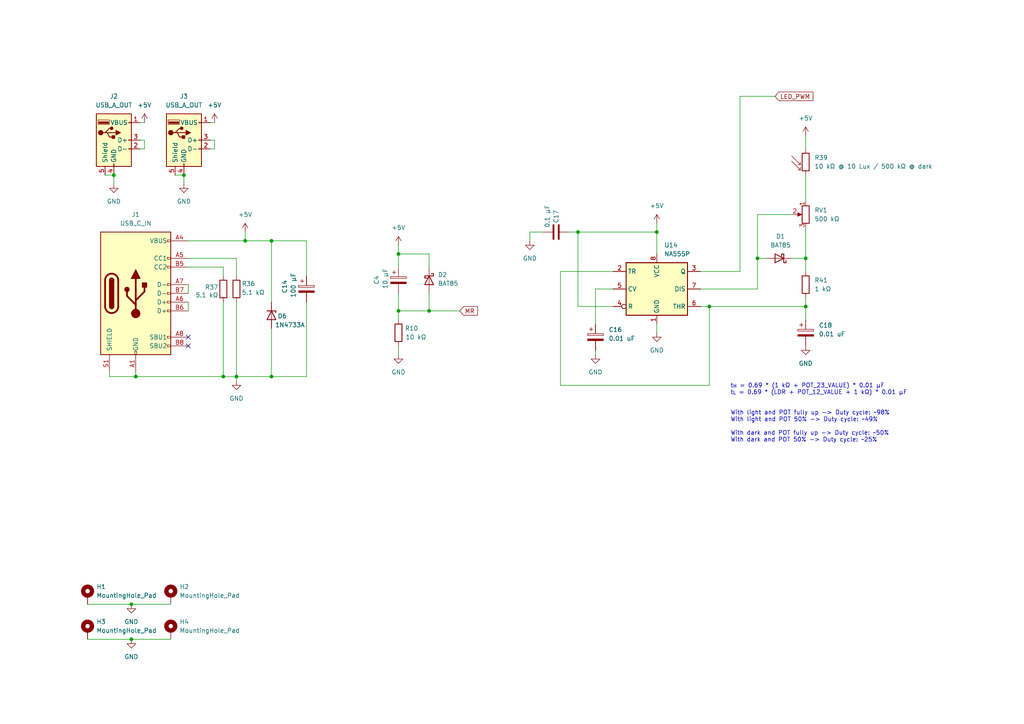
<source format=kicad_sch>
(kicad_sch (version 20250114) (generator "eeschema") (generator_version "9.0")
  (paper "A4")
  (title_block (title "Old style digital clock") (date "2025-10-13") (rev "1") (company "Pasquale Lafiosca"))
  (lib_symbols
    (symbol "Connector:USB_A" (pin_names (offset 1.016))
      (property "Reference" "J" (at -5.08 11.43 0))
      (property "Value" "USB_A" (at -5.08 8.89 0))
      (symbol "USB_A_0_1"
        (rectangle (start -5.08 -7.62) (end 5.08 7.62) (stroke (width 0.254)) (fill (type background)))
        (circle (center -3.81 2.159) (radius 0.635) (stroke (width 0.254)) (fill (type outline)))
        (polyline (pts (xy -3.175 2.159) (xy -2.54 2.159) (xy -1.27 3.429) (xy -0.635 3.429)) (stroke (width 0.254)))
        (polyline (pts (xy -2.54 2.159) (xy -1.905 2.159) (xy -1.27 0.889) (xy 0 0.889)) (stroke (width 0.254)))
        (rectangle (start -1.524 4.826) (end -4.318 5.334) (fill (type outline)))
        (rectangle (start -1.27 4.572) (end -4.572 5.842))
        (circle (center -0.635 3.429) (radius 0.381) (stroke (width 0.254)) (fill (type outline)))
        (rectangle (start -0.127 -7.62) (end 0.127 -6.858))
        (rectangle (start 0.254 1.27) (end -0.508 0.508) (stroke (width 0.254)) (fill (type outline)))
        (polyline (pts (xy 0.635 2.794) (xy 0.635 1.524) (xy 1.905 2.159) (xy 0.635 2.794)) (stroke (width 0.254)) (fill (type outline)))
        (rectangle (start 5.08 4.953) (end 4.318 5.207))
        (rectangle (start 5.08 -0.127) (end 4.318 0.127))
        (rectangle (start 5.08 -2.667) (end 4.318 -2.413))
      )
      (symbol "USB_A_1_1"
        (polyline (pts (xy -1.905 2.159) (xy 0.635 2.159)) (stroke (width 0.254)))
        (pin passive line (at -2.54 -10.16 90) (length 2.54) (name "Shield") (number "5"))
        (pin power_in line (at 0 -10.16 90) (length 2.54) (name "GND") (number "4"))
        (pin power_in line (at 7.62 5.08 180) (length 2.54) (name "VBUS") (number "1"))
        (pin bidirectional line (at 7.62 0 180) (length 2.54) (name "D+") (number "3"))
        (pin bidirectional line (at 7.62 -2.54 180) (length 2.54) (name "D-") (number "2"))
      )
    )
    (symbol "Connector:USB_C_Receptacle_USB2.0_16P" (pin_names (offset 1.016))
      (property "Reference" "J" (at 0 22.225 0))
      (property "Value" "USB_C_Receptacle_USB2.0_16P" (at 0 19.685 0))
      (symbol "USB_C_Receptacle_USB2.0_16P_0_0"
        (rectangle (start -0.254 -17.78) (end 0.254 -16.764))
        (rectangle (start 10.16 15.494) (end 9.144 14.986))
        (rectangle (start 10.16 10.414) (end 9.144 9.906))
        (rectangle (start 10.16 7.874) (end 9.144 7.366))
        (rectangle (start 10.16 2.794) (end 9.144 2.286))
        (rectangle (start 10.16 0.254) (end 9.144 -0.254))
        (rectangle (start 10.16 -2.286) (end 9.144 -2.794))
        (rectangle (start 10.16 -4.826) (end 9.144 -5.334))
        (rectangle (start 10.16 -12.446) (end 9.144 -12.954))
        (rectangle (start 10.16 -14.986) (end 9.144 -15.494))
      )
      (symbol "USB_C_Receptacle_USB2.0_16P_0_1"
        (rectangle (start -10.16 17.78) (end 10.16 -17.78) (stroke (width 0.254)) (fill (type background)))
        (polyline (pts (xy -8.89 -3.81) (xy -8.89 3.81)) (stroke (width 0.508)))
        (rectangle (start -7.62 -3.81) (end -6.35 3.81) (stroke (width 0.254)) (fill (type outline)))
        (arc (start -7.62 3.81) (mid -6.985 4.4423) (end -6.35 3.81) (stroke (width 0.254)))
        (arc (start -7.62 3.81) (mid -6.985 4.4423) (end -6.35 3.81) (stroke (width 0.254)) (fill (type outline)))
        (arc (start -8.89 3.81) (mid -6.985 5.7067) (end -5.08 3.81) (stroke (width 0.508)))
        (arc (start -5.08 -3.81) (mid -6.985 -5.7067) (end -8.89 -3.81) (stroke (width 0.508)))
        (arc (start -6.35 -3.81) (mid -6.985 -4.4423) (end -7.62 -3.81) (stroke (width 0.254)))
        (arc (start -6.35 -3.81) (mid -6.985 -4.4423) (end -7.62 -3.81) (stroke (width 0.254)) (fill (type outline)))
        (polyline (pts (xy -5.08 3.81) (xy -5.08 -3.81)) (stroke (width 0.508)))
        (circle (center -2.54 1.143) (radius 0.635) (stroke (width 0.254)) (fill (type outline)))
        (polyline (pts (xy -1.27 4.318) (xy 0 6.858) (xy 1.27 4.318) (xy -1.27 4.318)) (stroke (width 0.254)) (fill (type outline)))
        (polyline (pts (xy 0 -2.032) (xy 2.54 0.508) (xy 2.54 1.778)) (stroke (width 0.508)))
        (polyline (pts (xy 0 -3.302) (xy -2.54 -0.762) (xy -2.54 0.508)) (stroke (width 0.508)))
        (polyline (pts (xy 0 -5.842) (xy 0 4.318)) (stroke (width 0.508)))
        (circle (center 0 -5.842) (radius 1.27) (fill (type outline)))
        (rectangle (start 1.905 1.778) (end 3.175 3.048) (stroke (width 0.254)) (fill (type outline)))
      )
      (symbol "USB_C_Receptacle_USB2.0_16P_1_1"
        (pin passive line (at -7.62 -22.86 90) (length 5.08) (name "SHIELD") (number "S1"))
        (pin passive line (at 0 -22.86 90) (length 5.08) (name "GND") (number "A1"))
        (pin passive line (at 0 -22.86 90) (length 5.08) (hide yes) (name "GND") (number "A12"))
        (pin passive line (at 0 -22.86 90) (length 5.08) (hide yes) (name "GND") (number "B1"))
        (pin passive line (at 0 -22.86 90) (length 5.08) (hide yes) (name "GND") (number "B12"))
        (pin passive line (at 15.24 15.24 180) (length 5.08) (name "VBUS") (number "A4"))
        (pin passive line (at 15.24 15.24 180) (length 5.08) (hide yes) (name "VBUS") (number "A9"))
        (pin passive line (at 15.24 15.24 180) (length 5.08) (hide yes) (name "VBUS") (number "B4"))
        (pin passive line (at 15.24 15.24 180) (length 5.08) (hide yes) (name "VBUS") (number "B9"))
        (pin bidirectional line (at 15.24 10.16 180) (length 5.08) (name "CC1") (number "A5"))
        (pin bidirectional line (at 15.24 7.62 180) (length 5.08) (name "CC2") (number "B5"))
        (pin bidirectional line (at 15.24 2.54 180) (length 5.08) (name "D-") (number "A7"))
        (pin bidirectional line (at 15.24 0 180) (length 5.08) (name "D-") (number "B7"))
        (pin bidirectional line (at 15.24 -2.54 180) (length 5.08) (name "D+") (number "A6"))
        (pin bidirectional line (at 15.24 -5.08 180) (length 5.08) (name "D+") (number "B6"))
        (pin bidirectional line (at 15.24 -12.7 180) (length 5.08) (name "SBU1") (number "A8"))
        (pin bidirectional line (at 15.24 -15.24 180) (length 5.08) (name "SBU2") (number "B8"))
      )
    )
    (symbol "Device:C" (pin_numbers (hide yes)) (pin_names (offset 0.254))
      (property "Reference" "C" (at 0.635 2.54 0))
      (property "Value" "C" (at 0.635 -2.54 0))
      (symbol "C_0_1"
        (polyline (pts (xy -2.032 0.762) (xy 2.032 0.762)) (stroke (width 0.508)))
        (polyline (pts (xy -2.032 -0.762) (xy 2.032 -0.762)) (stroke (width 0.508)))
      )
      (symbol "C_1_1"
        (pin passive line (at 0 3.81 270) (length 2.794) (name "~") (number "1"))
        (pin passive line (at 0 -3.81 90) (length 2.794) (name "~") (number "2"))
      )
    )
    (symbol "Device:C_Polarized" (pin_numbers (hide yes)) (pin_names (offset 0.254))
      (property "Reference" "C" (at 0.635 2.54 0))
      (property "Value" "C_Polarized" (at 0.635 -2.54 0))
      (symbol "C_Polarized_0_1"
        (rectangle (start -2.286 0.508) (end 2.286 1.016))
        (polyline (pts (xy -1.778 2.286) (xy -0.762 2.286)))
        (polyline (pts (xy -1.27 2.794) (xy -1.27 1.778)))
        (rectangle (start 2.286 -0.508) (end -2.286 -1.016) (fill (type outline)))
      )
      (symbol "C_Polarized_1_1"
        (pin passive line (at 0 3.81 270) (length 2.794) (name "~") (number "1"))
        (pin passive line (at 0 -3.81 90) (length 2.794) (name "~") (number "2"))
      )
    )
    (symbol "Device:D_Zener" (pin_numbers (hide yes)) (pin_names (offset 1.016) (hide yes))
      (property "Reference" "D" (at 0 2.54 0))
      (property "Value" "D_Zener" (at 0 -2.54 0))
      (symbol "D_Zener_0_1"
        (polyline (pts (xy -1.27 -1.27) (xy -1.27 1.27) (xy -0.762 1.27)) (stroke (width 0.254)))
        (polyline (pts (xy 1.27 0) (xy -1.27 0)))
        (polyline (pts (xy 1.27 -1.27) (xy 1.27 1.27) (xy -1.27 0) (xy 1.27 -1.27)) (stroke (width 0.254)))
      )
      (symbol "D_Zener_1_1"
        (pin passive line (at -3.81 0 0) (length 2.54) (name "K") (number "1"))
        (pin passive line (at 3.81 0 180) (length 2.54) (name "A") (number "2"))
      )
    )
    (symbol "Device:R" (pin_numbers (hide yes)) (pin_names (offset 0))
      (property "Reference" "R" (at 2.032 0 90))
      (property "Value" "R" (at 0 0 90))
      (symbol "R_0_1"
        (rectangle (start -1.016 -2.54) (end 1.016 2.54) (stroke (width 0.254)))
      )
      (symbol "R_1_1"
        (pin passive line (at 0 3.81 270) (length 1.27) (name "~") (number "1"))
        (pin passive line (at 0 -3.81 90) (length 1.27) (name "~") (number "2"))
      )
    )
    (symbol "Device:R_Photo" (pin_numbers (hide yes)) (pin_names (offset 0))
      (property "Reference" "R" (at 1.27 1.27 0))
      (property "Value" "R_Photo" (at 1.27 0 0))
      (symbol "R_Photo_0_1"
        (polyline (pts (xy -1.524 -0.762) (xy -4.064 1.778)))
        (polyline (pts (xy -1.524 -0.762) (xy -2.286 -0.762)))
        (polyline (pts (xy -1.524 -0.762) (xy -1.524 0)))
        (polyline (pts (xy -1.524 -2.286) (xy -4.064 0.254)))
        (polyline (pts (xy -1.524 -2.286) (xy -2.286 -2.286)))
        (polyline (pts (xy -1.524 -2.286) (xy -1.524 -1.524)))
        (rectangle (start -1.016 2.54) (end 1.016 -2.54) (stroke (width 0.254)))
      )
      (symbol "R_Photo_1_1"
        (pin passive line (at 0 3.81 270) (length 1.27) (name "~") (number "1"))
        (pin passive line (at 0 -3.81 90) (length 1.27) (name "~") (number "2"))
      )
    )
    (symbol "Device:R_Potentiometer" (pin_names (offset 1.016) (hide yes))
      (property "Reference" "RV" (at -4.445 0 90))
      (property "Value" "R_Potentiometer" (at -2.54 0 90))
      (symbol "R_Potentiometer_0_1"
        (rectangle (start 1.016 2.54) (end -1.016 -2.54) (stroke (width 0.254)))
        (polyline (pts (xy 1.143 0) (xy 2.286 0.508) (xy 2.286 -0.508) (xy 1.143 0)) (fill (type outline)))
        (polyline (pts (xy 2.54 0) (xy 1.524 0)))
      )
      (symbol "R_Potentiometer_1_1"
        (pin passive line (at 0 3.81 270) (length 1.27) (name "1") (number "1"))
        (pin passive line (at 0 -3.81 90) (length 1.27) (name "3") (number "3"))
        (pin passive line (at 3.81 0 180) (length 1.27) (name "2") (number "2"))
      )
    )
    (symbol "Diode:BAT85" (pin_numbers (hide yes)) (pin_names (offset 1.016) (hide yes))
      (property "Reference" "D" (at 0 2.54 0))
      (property "Value" "BAT85" (at 0 -2.54 0))
      (symbol "BAT85_0_1"
        (polyline (pts (xy -1.905 0.635) (xy -1.905 1.27) (xy -1.27 1.27) (xy -1.27 -1.27) (xy -0.635 -1.27) (xy -0.635 -0.635)) (stroke (width 0.254)))
        (polyline (pts (xy 1.27 1.27) (xy 1.27 -1.27) (xy -1.27 0) (xy 1.27 1.27)) (stroke (width 0.254)))
        (polyline (pts (xy 1.27 0) (xy -1.27 0)))
      )
      (symbol "BAT85_1_1"
        (pin passive line (at -3.81 0 0) (length 2.54) (name "K") (number "1"))
        (pin passive line (at 3.81 0 180) (length 2.54) (name "A") (number "2"))
      )
    )
    (symbol "Mechanical:MountingHole_Pad" (pin_numbers (hide yes)) (pin_names (offset 1.016) (hide yes)) (in_bom no)
      (property "Reference" "H" (at 0 6.35 0))
      (property "Value" "MountingHole_Pad" (at 0 4.445 0))
      (symbol "MountingHole_Pad_0_1"
        (circle (center 0 1.27) (radius 1.27) (stroke (width 1.27)))
      )
      (symbol "MountingHole_Pad_1_1"
        (pin input line (at 0 -2.54 90) (length 2.54) (name "1") (number "1"))
      )
    )
    (symbol "Timer:NA555P"
      (property "Reference" "U" (at -10.16 8.89 0))
      (property "Value" "NA555P" (at 2.54 8.89 0))
      (symbol "NA555P_0_0"
        (pin power_in line (at 0 10.16 270) (length 2.54) (name "VCC") (number "8"))
        (pin power_in line (at 0 -10.16 90) (length 2.54) (name "GND") (number "1"))
      )
      (symbol "NA555P_0_1"
        (rectangle (start -8.89 -7.62) (end 8.89 7.62) (stroke (width 0.254)) (fill (type background)))
        (rectangle (start -8.89 -7.62) (end 8.89 7.62) (stroke (width 0.254)) (fill (type background)))
      )
      (symbol "NA555P_1_1"
        (pin input line (at -12.7 5.08 0) (length 3.81) (name "TR") (number "2"))
        (pin input line (at -12.7 0 0) (length 3.81) (name "CV") (number "5"))
        (pin input inverted (at -12.7 -5.08 0) (length 3.81) (name "R") (number "4"))
        (pin output line (at 12.7 5.08 180) (length 3.81) (name "Q") (number "3"))
        (pin input line (at 12.7 0 180) (length 3.81) (name "DIS") (number "7"))
        (pin input line (at 12.7 -5.08 180) (length 3.81) (name "THR") (number "6"))
      )
    )
    (symbol "power:GND" (power) (pin_names (offset 0))
      (property "Value" "GND" (at 0 -3.81 0))
      (symbol "GND_0_1"
        (polyline (pts (xy 0 0) (xy 0 -1.27) (xy 1.27 -1.27) (xy 0 -2.54) (xy -1.27 -1.27) (xy 0 -1.27)))
      )
      (symbol "GND_1_1"
        (pin power_in line (at 0 0 270) (length 0) (hide yes) (name "GND") (number "1"))
      )
    )
    (symbol "power:VDD" (power) (pin_names (offset 0))
      (property "Value" "VDD" (at 0 3.81 0))
      (symbol "VDD_0_1"
        (polyline (pts (xy -0.762 1.27) (xy 0 2.54)))
        (polyline (pts (xy 0 2.54) (xy 0.762 1.27)))
        (polyline (pts (xy 0 0) (xy 0 2.54)))
      )
      (symbol "VDD_1_1"
        (pin power_in line (at 0 0 90) (length 0) (hide yes) (name "VDD") (number "1"))
      )
    )
  )
  (text "t_{H} = 0.69 * (1 kΩ + POT_23_VALUE) * 0.01 µF\nt_{L} = 0.69 * (LDR + POT_12_VALUE + 1 kΩ) * 0.01 µF\n\n\nWith light and POT fully up -> Duty cycle: ~98%\nWith light and POT 50% -> Duty cycle: ~49%\n\nWith dark and POT fully up -> Duty cycle: ~50%\nWith dark and POT 50% -> Duty cycle: ~25%" (at 211.836 111.252 0) (effects (font (size 1.2192 1.2192)) (justify left top)))
  (junction (at 115.57 90.17))
  (junction (at 219.71 74.93))
  (junction (at 38.1 185.42))
  (junction (at 38.1 175.26))
  (junction (at 78.74 69.85))
  (junction (at 64.77 109.22))
  (junction (at 53.34 50.8))
  (junction (at 190.5 67.31))
  (junction (at 115.57 73.66))
  (junction (at 233.68 74.93))
  (junction (at 167.64 67.31))
  (junction (at 68.58 109.22))
  (junction (at 39.37 109.22))
  (junction (at 205.74 88.9))
  (junction (at 233.68 88.9))
  (junction (at 124.46 90.17))
  (junction (at 78.74 109.22))
  (junction (at 33.02 50.8))
  (junction (at 71.12 69.85))
  (no_connect (at 54.61 97.79))
  (no_connect (at 54.61 100.33))
  (wire (pts (xy 167.64 67.31) (xy 190.5 67.31)))
  (wire (pts (xy 190.5 93.98) (xy 190.5 96.52)))
  (wire (pts (xy 64.77 77.47) (xy 64.77 80.01)))
  (wire (pts (xy 124.46 85.09) (xy 124.46 90.17)))
  (wire (pts (xy 124.46 90.17) (xy 115.57 90.17)))
  (wire (pts (xy 172.72 83.82) (xy 177.8 83.82)))
  (wire (pts (xy 25.4 185.42) (xy 38.1 185.42)))
  (wire (pts (xy 64.77 77.47) (xy 54.61 77.47)))
  (wire (pts (xy 162.56 78.74) (xy 177.8 78.74)))
  (wire (pts (xy 40.64 35.56) (xy 41.91 35.56)))
  (wire (pts (xy 38.1 185.42) (xy 49.53 185.42)))
  (wire (pts (xy 233.68 88.9) (xy 233.68 92.71)))
  (wire (pts (xy 78.74 69.85) (xy 78.74 87.63)))
  (wire (pts (xy 233.68 39.37) (xy 233.68 43.18)))
  (wire (pts (xy 88.9 69.85) (xy 88.9 80.01)))
  (wire (pts (xy 64.77 109.22) (xy 68.58 109.22)))
  (wire (pts (xy 54.61 87.63) (xy 54.61 90.17)))
  (wire (pts (xy 157.48 67.31) (xy 153.67 67.31)))
  (wire (pts (xy 41.91 43.18) (xy 40.64 43.18)))
  (wire (pts (xy 219.71 74.93) (xy 222.25 74.93)))
  (wire (pts (xy 219.71 83.82) (xy 203.2 83.82)))
  (wire (pts (xy 133.35 90.17) (xy 124.46 90.17)))
  (wire (pts (xy 68.58 74.93) (xy 68.58 80.01)))
  (wire (pts (xy 39.37 109.22) (xy 64.77 109.22)))
  (wire (pts (xy 30.48 50.8) (xy 33.02 50.8)))
  (wire (pts (xy 60.96 40.64) (xy 62.23 40.64)))
  (wire (pts (xy 62.23 43.18) (xy 60.96 43.18)))
  (wire (pts (xy 115.57 100.33) (xy 115.57 102.87)))
  (wire (pts (xy 233.68 78.74) (xy 233.68 74.93)))
  (wire (pts (xy 115.57 71.12) (xy 115.57 73.66)))
  (wire (pts (xy 115.57 73.66) (xy 115.57 77.47)))
  (wire (pts (xy 71.12 69.85) (xy 78.74 69.85)))
  (wire (pts (xy 124.46 73.66) (xy 115.57 73.66)))
  (wire (pts (xy 60.96 35.56) (xy 62.23 35.56)))
  (wire (pts (xy 214.63 27.94) (xy 224.79 27.94)))
  (wire (pts (xy 124.46 73.66) (xy 124.46 77.47)))
  (wire (pts (xy 190.5 67.31) (xy 190.5 73.66)))
  (wire (pts (xy 172.72 93.98) (xy 172.72 83.82)))
  (wire (pts (xy 203.2 88.9) (xy 205.74 88.9)))
  (wire (pts (xy 219.71 62.23) (xy 229.87 62.23)))
  (wire (pts (xy 68.58 109.22) (xy 78.74 109.22)))
  (wire (pts (xy 88.9 87.63) (xy 88.9 109.22)))
  (wire (pts (xy 33.02 50.8) (xy 33.02 53.34)))
  (wire (pts (xy 229.87 74.93) (xy 233.68 74.93)))
  (wire (pts (xy 78.74 109.22) (xy 88.9 109.22)))
  (wire (pts (xy 214.63 27.94) (xy 214.63 78.74)))
  (wire (pts (xy 53.34 50.8) (xy 53.34 53.34)))
  (wire (pts (xy 205.74 111.76) (xy 205.74 88.9)))
  (wire (pts (xy 71.12 67.31) (xy 71.12 69.85)))
  (wire (pts (xy 38.1 175.26) (xy 49.53 175.26)))
  (wire (pts (xy 68.58 109.22) (xy 68.58 110.49)))
  (wire (pts (xy 219.71 62.23) (xy 219.71 74.93)))
  (wire (pts (xy 54.61 69.85) (xy 71.12 69.85)))
  (wire (pts (xy 153.67 67.31) (xy 153.67 69.85)))
  (wire (pts (xy 64.77 87.63) (xy 64.77 109.22)))
  (wire (pts (xy 219.71 74.93) (xy 219.71 83.82)))
  (wire (pts (xy 167.64 67.31) (xy 165.1 67.31)))
  (wire (pts (xy 167.64 67.31) (xy 167.64 88.9)))
  (wire (pts (xy 25.4 175.26) (xy 38.1 175.26)))
  (wire (pts (xy 190.5 64.77) (xy 190.5 67.31)))
  (wire (pts (xy 115.57 90.17) (xy 115.57 92.71)))
  (wire (pts (xy 233.68 66.04) (xy 233.68 74.93)))
  (wire (pts (xy 162.56 111.76) (xy 205.74 111.76)))
  (wire (pts (xy 115.57 85.09) (xy 115.57 90.17)))
  (wire (pts (xy 233.68 50.8) (xy 233.68 58.42)))
  (wire (pts (xy 31.75 107.95) (xy 31.75 109.22)))
  (wire (pts (xy 31.75 109.22) (xy 39.37 109.22)))
  (wire (pts (xy 68.58 87.63) (xy 68.58 109.22)))
  (wire (pts (xy 40.64 40.64) (xy 41.91 40.64)))
  (wire (pts (xy 50.8 50.8) (xy 53.34 50.8)))
  (wire (pts (xy 62.23 40.64) (xy 62.23 43.18)))
  (wire (pts (xy 54.61 82.55) (xy 54.61 85.09)))
  (wire (pts (xy 162.56 78.74) (xy 162.56 111.76)))
  (wire (pts (xy 214.63 78.74) (xy 203.2 78.74)))
  (wire (pts (xy 54.61 74.93) (xy 68.58 74.93)))
  (wire (pts (xy 78.74 69.85) (xy 88.9 69.85)))
  (wire (pts (xy 167.64 88.9) (xy 177.8 88.9)))
  (wire (pts (xy 205.74 88.9) (xy 233.68 88.9)))
  (wire (pts (xy 41.91 40.64) (xy 41.91 43.18)))
  (wire (pts (xy 39.37 107.95) (xy 39.37 109.22)))
  (wire (pts (xy 233.68 88.9) (xy 233.68 86.36)))
  (wire (pts (xy 78.74 95.25) (xy 78.74 109.22)))
  (wire (pts (xy 172.72 101.6) (xy 172.72 102.87)))
  (global_label "LED_PWM" (shape input) (at 224.79 27.94 0) (property "Intersheetrefs" "${INTERSHEET_REFS}" (effects (hide yes))))
  (global_label "MR" (shape input) (at 133.35 90.17 0) (property "Intersheetrefs" "${INTERSHEET_REFS}" (effects (hide yes))))
  (symbol (lib_id "Device:R") (at 64.77 83.82 0) (unit 1)
    (property "Reference" "R37" (at 59.436 83.312 0) (effects (justify left)))
    (property "Value" "5.1 kΩ" (at 56.642 85.598 0) (effects (justify left)))
    (property "Footprint" "Resistor_THT:R_Axial_DIN0204_L3.6mm_D1.6mm_P7.62mm_Horizontal" (effects (hide yes)))
    (property "Description" "Resistor" (effects (hide yes)))
  )
  (symbol (lib_id "power:GND") (at 38.1 185.42 0) (unit 1)
    (property "Reference" "#PWR038" (effects (hide yes)))
    (property "Value" "GND" (at 38.1 190.5 0))
  )
  (symbol (lib_id "Device:C_Polarized") (at 233.68 96.52 0) (unit 1)
    (property "Reference" "C18" (at 237.49 94.3609 0) (effects (justify left)))
    (property "Value" "0.01 uF" (at 237.49 96.9009 0) (effects (justify left)))
    (property "Description" "Polarized capacitor" (effects (hide yes)))
  )
  (symbol (lib_id "power:GND") (at 38.1 175.26 0) (unit 1)
    (property "Reference" "#PWR023" (effects (hide yes)))
    (property "Value" "GND" (at 38.1 180.34 0))
  )
  (symbol (lib_id "Device:R_Potentiometer") (at 233.68 62.23 0) (mirror y) (unit 1)
    (property "Reference" "RV1" (at 236.22 60.9599 0) (effects (justify right)))
    (property "Value" "500 kΩ" (at 236.22 63.4999 0) (effects (justify right)))
    (property "Description" "Potentiometer" (effects (hide yes)))
  )
  (symbol (lib_id "power:VDD") (at 62.23 35.56 0) (unit 1)
    (property "Reference" "#PWR049" (effects (hide yes)))
    (property "Value" "+5V" (at 62.23 30.48 0))
  )
  (symbol (lib_id "Device:R") (at 233.68 82.55 0) (unit 1)
    (property "Reference" "R41" (at 236.22 81.2799 0) (effects (justify left)))
    (property "Value" "1 kΩ" (at 236.22 83.8199 0) (effects (justify left)))
    (property "Description" "Resistor" (effects (hide yes)))
  )
  (symbol (lib_id "power:GND") (at 190.5 96.52 0) (unit 1)
    (property "Reference" "#PWR059" (effects (hide yes)))
    (property "Value" "GND" (at 190.5 101.6 0))
  )
  (symbol (lib_id "power:VDD") (at 233.68 39.37 0) (unit 1)
    (property "Reference" "#PWR063" (effects (hide yes)))
    (property "Value" "+5V" (at 233.68 34.29 0))
  )
  (symbol (lib_id "Mechanical:MountingHole_Pad") (at 25.4 172.72 0) (unit 1) (in_bom no)
    (property "Reference" "H1" (at 27.94 170.1799 0) (effects (justify left)))
    (property "Value" "MountingHole_Pad" (at 27.94 172.7199 0) (effects (justify left)))
    (property "Footprint" "MountingHole:MountingHole_2.2mm_M2_DIN965" (effects (hide yes)))
    (property "Description" "Mounting Hole with connection" (effects (hide yes)))
  )
  (symbol (lib_id "Connector:USB_C_Receptacle_USB2.0_16P") (at 39.37 85.09 0) (unit 1)
    (property "Reference" "J1" (at 39.37 62.23 0))
    (property "Value" "USB_C_IN" (at 39.37 64.77 0))
    (property "Footprint" "Connector_USB:USB_C_Receptacle_XKB_U262-16XN-4BVC11" (effects (hide yes)))
    (property "Datasheet" "https://www.usb.org/sites/default/files/documents/usb_type-c.zip" (effects (hide yes)))
    (property "Description" "USB 2.0-only 16P Type-C Receptacle connector" (effects (hide yes)))
  )
  (symbol (lib_id "Connector:USB_A") (at 33.02 40.64 0) (unit 1)
    (property "Reference" "J2" (at 33.02 27.94 0))
    (property "Value" "USB_A_OUT" (at 33.02 30.48 0))
    (property "Footprint" "Connector_USB:USB_A_Molex_67643_Horizontal" (effects (hide yes)))
    (property "Description" "USB Type A connector" (effects (hide yes)))
  )
  (symbol (lib_id "Device:C_Polarized") (at 172.72 97.79 0) (unit 1)
    (property "Reference" "C16" (at 176.53 95.6309 0) (effects (justify left)))
    (property "Value" "0.01 uF" (at 176.53 98.1709 0) (effects (justify left)))
    (property "Description" "Polarized capacitor" (effects (hide yes)))
  )
  (symbol (lib_id "Diode:BAT85") (at 124.46 81.28 270) (unit 1)
    (property "Reference" "D2" (at 127 79.6924 90) (effects (justify left)))
    (property "Value" "BAT85" (at 127 82.2324 90) (effects (justify left)))
    (property "Footprint" "Diode_THT:D_DO-35_SOD27_P7.62mm_Horizontal" (effects (hide yes)))
    (property "Datasheet" "https://assets.nexperia.com/documents/data-sheet/BAT85.pdf" (effects (hide yes)))
  )
  (symbol (lib_id "Mechanical:MountingHole_Pad") (at 49.53 172.72 0) (unit 1) (in_bom no)
    (property "Reference" "H2" (at 52.07 170.1799 0) (effects (justify left)))
    (property "Value" "MountingHole_Pad" (at 52.07 172.7199 0) (effects (justify left)))
    (property "Footprint" "MountingHole:MountingHole_2.2mm_M2_DIN965" (effects (hide yes)))
    (property "Description" "Mounting Hole with connection" (effects (hide yes)))
  )
  (symbol (lib_id "Device:D_Zener") (at 78.74 91.44 270) (unit 1)
    (property "Reference" "D6" (at 80.518 91.694 90) (effects (justify left)))
    (property "Value" "1N4733A" (at 79.756 94.234 90) (effects (justify left)))
    (property "Footprint" "Diode_THT:D_DO-35_SOD27_P7.62mm_Horizontal" (effects (hide yes)))
    (property "Description" "Zener diode" (effects (hide yes)))
  )
  (symbol (lib_id "Device:C_Polarized") (at 88.9 83.82 0) (unit 1)
    (property "Reference" "C14" (at 82.55 85.09 90) (effects (justify left)))
    (property "Value" "100 µF" (at 85.09 86.36 90) (effects (justify left)))
    (property "Footprint" "Capacitor_THT:CP_Radial_D6.3mm_P2.50mm" (effects (hide yes)))
  )
  (symbol (lib_id "power:VDD") (at 41.91 35.56 0) (unit 1)
    (property "Reference" "#PWR054" (effects (hide yes)))
    (property "Value" "+5V" (at 41.91 30.48 0))
  )
  (symbol (lib_id "Device:R_Photo") (at 233.68 46.99 0) (unit 1)
    (property "Reference" "R39" (at 236.22 45.7199 0) (effects (justify left)))
    (property "Value" "10 kΩ @ 10 Lux / 500 kΩ @ dark" (at 236.22 48.2599 0) (effects (justify left)))
    (property "Description" "Photoresistor" (effects (hide yes)))
  )
  (symbol (lib_id "power:GND") (at 172.72 102.87 0) (unit 1)
    (property "Reference" "#PWR062" (effects (hide yes)))
    (property "Value" "GND" (at 172.72 107.95 0))
  )
  (symbol (lib_id "power:VDD") (at 115.57 71.12 0) (unit 1)
    (property "Reference" "#PWR06" (effects (hide yes)))
    (property "Value" "+5V" (at 115.57 66.04 0))
  )
  (symbol (lib_id "Device:C") (at 161.29 67.31 270) (mirror x) (unit 1)
    (property "Reference" "C17" (at 161.29 64.77 0) (effects (justify left)))
    (property "Value" "0.1 µF" (at 158.75 66.04 0) (effects (justify left)))
    (property "Footprint" "Capacitor_THT:C_Disc_D5.1mm_W3.2mm_P5.00mm" (effects (hide yes)))
  )
  (symbol (lib_id "power:GND") (at 115.57 102.87 0) (unit 1)
    (property "Reference" "#PWR011" (effects (hide yes)))
    (property "Value" "GND" (at 115.57 107.95 0))
  )
  (symbol (lib_id "Timer:NA555P") (at 190.5 83.82 0) (unit 1)
    (property "Reference" "U14" (at 192.6433 71.12 0) (effects (justify left)))
    (property "Value" "NA555P" (at 192.6433 73.66 0) (effects (justify left)))
    (property "Footprint" "Package_DIP:DIP-8_W7.62mm" (effects (hide yes)))
    (property "Datasheet" "http://www.ti.com/lit/ds/symlink/ne555.pdf" (effects (hide yes)))
    (property "Description" "Precision Timers, 555 compatible, PDIP-8" (effects (hide yes)))
  )
  (symbol (lib_id "Device:C_Polarized") (at 115.57 81.28 0) (unit 1)
    (property "Reference" "C4" (at 109.22 82.55 90) (effects (justify left)))
    (property "Value" "10 µF" (at 111.76 83.82 90) (effects (justify left)))
    (property "Footprint" "Capacitor_THT:CP_Radial_D6.3mm_P2.50mm" (effects (hide yes)))
  )
  (symbol (lib_id "power:GND") (at 68.58 110.49 0) (unit 1)
    (property "Reference" "#PWR045" (effects (hide yes)))
    (property "Value" "GND" (at 68.58 115.57 0))
  )
  (symbol (lib_id "power:VDD") (at 190.5 64.77 0) (unit 1)
    (property "Reference" "#PWR058" (effects (hide yes)))
    (property "Value" "+5V" (at 190.5 59.69 0))
  )
  (symbol (lib_id "Device:R") (at 115.57 96.52 180) (unit 1)
    (property "Reference" "R10" (at 119.38 95.25 0))
    (property "Value" "10 kΩ" (at 120.65 97.79 0))
    (property "Footprint" "Resistor_THT:R_Axial_DIN0204_L3.6mm_D1.6mm_P7.62mm_Horizontal" (effects (hide yes)))
  )
  (symbol (lib_id "Connector:USB_A") (at 53.34 40.64 0) (unit 1)
    (property "Reference" "J3" (at 53.34 27.94 0))
    (property "Value" "USB_A_OUT" (at 53.34 30.48 0))
    (property "Footprint" "Connector_USB:USB_A_Molex_67643_Horizontal" (effects (hide yes)))
    (property "Description" "USB Type A connector" (effects (hide yes)))
  )
  (symbol (lib_id "Diode:BAT85") (at 226.06 74.93 180) (unit 1)
    (property "Reference" "D1" (at 226.3775 68.58 0))
    (property "Value" "BAT85" (at 226.3775 71.12 0))
    (property "Footprint" "Diode_THT:D_DO-35_SOD27_P7.62mm_Horizontal" (effects (hide yes)))
    (property "Datasheet" "https://assets.nexperia.com/documents/data-sheet/BAT85.pdf" (effects (hide yes)))
  )
  (symbol (lib_id "power:GND") (at 53.34 53.34 0) (unit 1)
    (property "Reference" "#PWR055" (effects (hide yes)))
    (property "Value" "GND" (at 53.34 58.42 0))
  )
  (symbol (lib_id "power:GND") (at 33.02 53.34 0) (unit 1)
    (property "Reference" "#PWR04" (effects (hide yes)))
    (property "Value" "GND" (at 33.02 58.42 0))
  )
  (symbol (lib_id "power:GND") (at 153.67 69.85 0) (mirror y) (unit 1)
    (property "Reference" "#PWR061" (effects (hide yes)))
    (property "Value" "GND" (at 153.67 74.93 0))
  )
  (symbol (lib_id "Mechanical:MountingHole_Pad") (at 49.53 182.88 0) (unit 1) (in_bom no)
    (property "Reference" "H4" (at 52.07 180.3399 0) (effects (justify left)))
    (property "Value" "MountingHole_Pad" (at 52.07 182.8799 0) (effects (justify left)))
    (property "Footprint" "MountingHole:MountingHole_2.2mm_M2_DIN965" (effects (hide yes)))
    (property "Description" "Mounting Hole with connection" (effects (hide yes)))
  )
  (symbol (lib_id "power:VDD") (at 71.12 67.31 0) (unit 1)
    (property "Reference" "#PWR041" (effects (hide yes)))
    (property "Value" "+5V" (at 71.12 62.23 0))
  )
  (symbol (lib_id "power:GND") (at 233.68 100.33 0) (unit 1)
    (property "Reference" "#PWR060" (effects (hide yes)))
    (property "Value" "GND" (at 233.68 105.41 0))
  )
  (symbol (lib_id "Mechanical:MountingHole_Pad") (at 25.4 182.88 0) (unit 1) (in_bom no)
    (property "Reference" "H3" (at 27.94 180.3399 0) (effects (justify left)))
    (property "Value" "MountingHole_Pad" (at 27.94 182.8799 0) (effects (justify left)))
    (property "Footprint" "MountingHole:MountingHole_2.2mm_M2_DIN965" (effects (hide yes)))
    (property "Description" "Mounting Hole with connection" (effects (hide yes)))
  )
  (symbol (lib_id "Device:R") (at 68.58 83.82 0) (unit 1)
    (property "Reference" "R36" (at 70.104 82.296 0) (effects (justify left)))
    (property "Value" "5.1 kΩ" (at 70.104 84.836 0) (effects (justify left)))
    (property "Footprint" "Resistor_THT:R_Axial_DIN0204_L3.6mm_D1.6mm_P7.62mm_Horizontal" (effects (hide yes)))
    (property "Description" "Resistor" (effects (hide yes)))
  )
)
</source>
